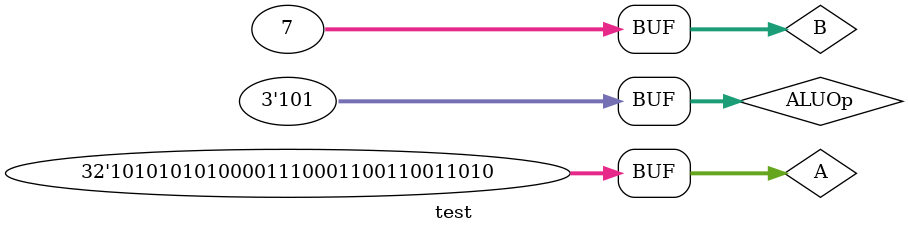
<source format=v>
`timescale 1ns / 1ps


module test;

	// Inputs
	reg [31:0] A;
	reg [31:0] B;
	reg [2:0] ALUOp;

	// Outputs
	wire [31:0] C;

	// Instantiate the Unit Under Test (UUT)
	alu uut (
		.A(A), 
		.B(B), 
		.ALUOp(ALUOp), 
		.C(C)
	);

	initial begin
		// Initialize Inputs
		A = 0;
		B = 0;
		ALUOp = 0;

		// Wait 100 ns for global reset to finish
		#100;
      
		// Add stimulus here
		#5;
		A = 5;
		B = 63;
		ALUOp = 3'b000;
		#5;
      A = 79;
		B = 63;
		ALUOp = 3'b001;
		
		#5;
      A = 32'b1010_1010_1000_0111_0001_1001_1001_1010;
		B = 7;
		ALUOp = 3'b101;
	end
      
endmodule


</source>
